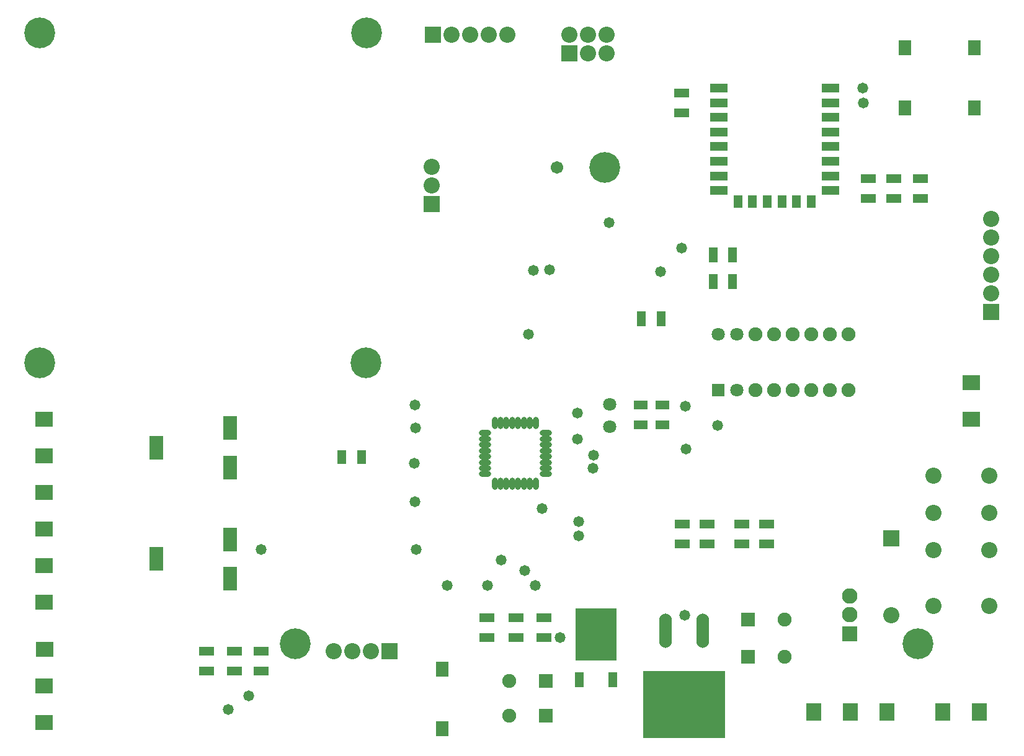
<source format=gts>
%FSLAX25Y25*%
%MOIN*%
G70*
G01*
G75*
G04 Layer_Color=8388736*
%ADD10R,0.03937X0.07087*%
%ADD11R,0.03740X0.07480*%
%ADD12R,0.21654X0.27165*%
%ADD13R,0.07087X0.03937*%
%ADD14R,0.07087X0.04331*%
%ADD15R,0.06693X0.04331*%
%ADD16R,0.03937X0.05906*%
%ADD17R,0.08858X0.03937*%
%ADD18O,0.02150X0.05315*%
%ADD19O,0.05315X0.02150*%
%ADD20R,0.43307X0.35433*%
%ADD21O,0.05906X0.17716*%
%ADD22O,0.05906X0.17716*%
%ADD23R,0.05906X0.07087*%
%ADD24R,0.04331X0.06693*%
%ADD25C,0.01378*%
%ADD26C,0.02362*%
%ADD27C,0.04724*%
%ADD28C,0.03150*%
%ADD29C,0.01969*%
%ADD30C,0.01575*%
%ADD31C,0.01841*%
%ADD32C,0.03937*%
%ADD33C,0.03347*%
%ADD34C,0.03307*%
%ADD35R,0.03937X0.04055*%
%ADD36R,0.03937X1.04331*%
%ADD37R,0.33858X0.03543*%
%ADD38R,0.57818X0.04725*%
%ADD39R,0.50394X0.04906*%
%ADD40C,0.15748*%
%ADD41R,0.07874X0.07874*%
%ADD42C,0.07874*%
%ADD43C,0.06693*%
%ADD44R,0.06693X0.06693*%
%ADD45R,0.07087X0.08661*%
%ADD46R,0.08661X0.07087*%
%ADD47R,0.07874X0.07874*%
%ADD48R,0.07480X0.07480*%
%ADD49C,0.07480*%
%ADD50C,0.06299*%
%ADD51R,0.06299X0.06299*%
%ADD52R,0.06693X0.11811*%
%ADD53C,0.05906*%
%ADD54C,0.05000*%
%ADD55C,0.00984*%
%ADD56C,0.01181*%
%ADD57C,0.00787*%
%ADD58C,0.00098*%
%ADD59C,0.01000*%
%ADD60C,0.00512*%
%ADD61C,0.00098*%
%ADD62C,0.00500*%
%ADD63C,0.00800*%
%ADD64R,0.11024X0.03150*%
%ADD65R,0.04740X0.07890*%
%ADD66R,0.04543X0.08283*%
%ADD67R,0.22457X0.27969*%
%ADD68R,0.07890X0.04740*%
%ADD69R,0.07890X0.05134*%
%ADD70R,0.07496X0.05134*%
%ADD71R,0.04740X0.06709*%
%ADD72R,0.09661X0.04740*%
%ADD73O,0.03331X0.06496*%
%ADD74O,0.06496X0.03331*%
%ADD75R,0.44110X0.36236*%
%ADD76O,0.06709X0.18520*%
%ADD77O,0.06709X0.18520*%
%ADD78R,0.06709X0.07890*%
%ADD79R,0.05134X0.07496*%
%ADD80C,0.16551*%
%ADD81R,0.08677X0.08677*%
%ADD82C,0.08677*%
%ADD83C,0.07496*%
%ADD84R,0.07496X0.07496*%
%ADD85R,0.07890X0.09465*%
%ADD86R,0.09465X0.07890*%
%ADD87R,0.08677X0.08677*%
%ADD88R,0.08283X0.08283*%
%ADD89C,0.08283*%
%ADD90C,0.07102*%
%ADD91R,0.07102X0.07102*%
%ADD92R,0.07496X0.12614*%
%ADD93C,0.06709*%
%ADD94C,0.05803*%
D65*
X377953Y264173D02*
D03*
X388583D02*
D03*
X377953Y250000D02*
D03*
X388582D02*
D03*
X339370Y229921D02*
D03*
X350000D02*
D03*
D66*
X305984Y36024D02*
D03*
X323937D02*
D03*
D67*
X314961Y60433D02*
D03*
D68*
X256299Y69291D02*
D03*
Y58661D02*
D03*
X272047D02*
D03*
Y69291D02*
D03*
X406693Y119685D02*
D03*
Y109055D02*
D03*
X361418Y119685D02*
D03*
Y109055D02*
D03*
X105906Y40551D02*
D03*
Y51181D02*
D03*
X489370Y294488D02*
D03*
Y305118D02*
D03*
X475197Y294488D02*
D03*
Y305118D02*
D03*
X461417Y294488D02*
D03*
Y305118D02*
D03*
X361024Y340551D02*
D03*
Y351181D02*
D03*
X120866Y51181D02*
D03*
Y40551D02*
D03*
X287008Y69292D02*
D03*
Y58662D02*
D03*
X135039Y51181D02*
D03*
Y40551D02*
D03*
D69*
X393307Y119488D02*
D03*
Y108858D02*
D03*
X374803Y119488D02*
D03*
Y108858D02*
D03*
D70*
X338977Y173031D02*
D03*
Y183661D02*
D03*
X350787D02*
D03*
Y173031D02*
D03*
D71*
X430709Y292913D02*
D03*
X422835D02*
D03*
X414961D02*
D03*
X407087D02*
D03*
X399213D02*
D03*
X391338D02*
D03*
D72*
X381004Y298819D02*
D03*
Y306693D02*
D03*
Y314567D02*
D03*
Y322441D02*
D03*
Y330315D02*
D03*
Y338189D02*
D03*
Y346063D02*
D03*
Y353937D02*
D03*
X441043D02*
D03*
Y346063D02*
D03*
Y338189D02*
D03*
Y330315D02*
D03*
Y322441D02*
D03*
Y314567D02*
D03*
Y306693D02*
D03*
Y298819D02*
D03*
D73*
X282677Y141142D02*
D03*
X279527D02*
D03*
X276378D02*
D03*
X273228D02*
D03*
X270079D02*
D03*
X266929D02*
D03*
X263779D02*
D03*
X260630D02*
D03*
Y173819D02*
D03*
X263779D02*
D03*
X266929D02*
D03*
X270079D02*
D03*
X273228D02*
D03*
X276378D02*
D03*
X279527D02*
D03*
X282677D02*
D03*
D74*
X255315Y146457D02*
D03*
Y149606D02*
D03*
Y152756D02*
D03*
Y155905D02*
D03*
Y159055D02*
D03*
Y162205D02*
D03*
Y165354D02*
D03*
Y168504D02*
D03*
X287992D02*
D03*
Y165354D02*
D03*
Y162205D02*
D03*
Y159055D02*
D03*
Y155905D02*
D03*
Y152756D02*
D03*
Y149606D02*
D03*
Y146457D02*
D03*
D75*
X362441Y22736D02*
D03*
D76*
X372441Y62205D02*
D03*
D77*
X352441D02*
D03*
D78*
X518504Y375590D02*
D03*
Y343307D02*
D03*
X481102D02*
D03*
Y375590D02*
D03*
X232283Y41732D02*
D03*
Y9449D02*
D03*
D79*
X178543Y155512D02*
D03*
X189173D02*
D03*
D80*
X319685Y311417D02*
D03*
X153543Y55118D02*
D03*
X488189D02*
D03*
X16142Y383465D02*
D03*
X191732D02*
D03*
X191339Y206299D02*
D03*
X16142D02*
D03*
D81*
X300787Y372441D02*
D03*
X227559Y382677D02*
D03*
X203937Y51181D02*
D03*
D82*
X300787Y382441D02*
D03*
X310787Y372441D02*
D03*
Y382441D02*
D03*
X320787Y372441D02*
D03*
Y382441D02*
D03*
X267559Y382677D02*
D03*
X257559D02*
D03*
X247559D02*
D03*
X237559D02*
D03*
X473622Y70748D02*
D03*
X526417Y75590D02*
D03*
X496417D02*
D03*
X526417Y105590D02*
D03*
X496417D02*
D03*
Y125591D02*
D03*
X526417D02*
D03*
Y145590D02*
D03*
X496417D02*
D03*
X183937Y51181D02*
D03*
X173937D02*
D03*
X193937D02*
D03*
X226772Y311575D02*
D03*
Y301575D02*
D03*
X527559Y243464D02*
D03*
Y253465D02*
D03*
Y263464D02*
D03*
Y273464D02*
D03*
Y283465D02*
D03*
D83*
X268504Y35433D02*
D03*
Y16535D02*
D03*
X416536Y48425D02*
D03*
Y68110D02*
D03*
X400748Y221693D02*
D03*
X410748D02*
D03*
X420748D02*
D03*
X430748D02*
D03*
X440748D02*
D03*
X450748D02*
D03*
Y191693D02*
D03*
X440748D02*
D03*
X430748D02*
D03*
X420748D02*
D03*
X410748D02*
D03*
X400748D02*
D03*
D84*
X288189Y35433D02*
D03*
Y16535D02*
D03*
X396850Y48425D02*
D03*
Y68110D02*
D03*
D85*
X471457Y18504D02*
D03*
X451772D02*
D03*
X432087Y18701D02*
D03*
X501378Y18504D02*
D03*
X521063D02*
D03*
D86*
X516929Y195473D02*
D03*
Y175787D02*
D03*
X18504Y12795D02*
D03*
Y32480D02*
D03*
X18701Y52165D02*
D03*
X18307Y77559D02*
D03*
Y97244D02*
D03*
Y116929D02*
D03*
Y136614D02*
D03*
Y156299D02*
D03*
Y175984D02*
D03*
D87*
X473622Y111929D02*
D03*
X226772Y291575D02*
D03*
X527559Y233465D02*
D03*
D88*
X451575Y60630D02*
D03*
D89*
Y81102D02*
D03*
Y70866D02*
D03*
D90*
X380748Y221693D02*
D03*
X390748D02*
D03*
Y191693D02*
D03*
X322441Y171851D02*
D03*
Y184055D02*
D03*
D91*
X380748Y191693D02*
D03*
D92*
X118504Y150000D02*
D03*
Y171260D02*
D03*
X78740Y160630D02*
D03*
X118504Y90158D02*
D03*
Y111417D02*
D03*
X78740Y100787D02*
D03*
D93*
X294094Y311417D02*
D03*
D94*
X458268Y353937D02*
D03*
X117323Y20079D02*
D03*
X305118Y165354D02*
D03*
X290037Y256119D02*
D03*
X349606Y255118D02*
D03*
X458661Y346063D02*
D03*
X218110Y171260D02*
D03*
X286221Y127953D02*
D03*
X276772Y94488D02*
D03*
X264173Y100394D02*
D03*
X380315Y172441D02*
D03*
X305906Y120866D02*
D03*
X128347Y27165D02*
D03*
X282283Y86614D02*
D03*
X235039D02*
D03*
X256693D02*
D03*
X281496Y255906D02*
D03*
X313779Y156693D02*
D03*
X362992Y183071D02*
D03*
X361193Y267919D02*
D03*
X363393Y159919D02*
D03*
X313593Y149606D02*
D03*
X278671Y221693D02*
D03*
X217593Y152119D02*
D03*
X134993Y105919D02*
D03*
X295893Y58662D02*
D03*
X322047Y281496D02*
D03*
X362598Y70472D02*
D03*
X217717Y131496D02*
D03*
X218504Y105905D02*
D03*
X305906Y113386D02*
D03*
X305118Y179419D02*
D03*
X217717Y183465D02*
D03*
M02*

</source>
